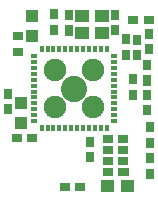
<source format=gtp>
G04 DipTrace 2.4.0.2*
%INSTM32small.gtp*%
%MOIN*%
%ADD21R,0.0394X0.0433*%
%ADD22R,0.0276X0.0354*%
%ADD23R,0.0354X0.0276*%
%ADD24R,0.0354X0.0295*%
%ADD26C,0.0875*%
%ADD27C,0.075*%
%ADD30R,0.0118X0.0217*%
%ADD31R,0.0217X0.0118*%
%ADD36R,0.0472X0.0433*%
%FSLAX44Y44*%
G04*
G70*
G90*
G75*
G01*
%LNTopPaste*%
%LPD*%
G36*
X9344Y7921D2*
X9068D1*
Y8275D1*
X9344D1*
Y7921D1*
G37*
G36*
Y8433D2*
X9068D1*
Y8787D1*
X9344D1*
Y8433D1*
G37*
D21*
X5360Y9587D3*
Y10256D3*
D22*
X6095Y9790D3*
Y10302D3*
D21*
X4998Y7327D3*
Y6657D3*
G36*
X5551Y6313D2*
Y6037D1*
X5196D1*
Y6313D1*
X5551D1*
G37*
G36*
X5039D2*
Y6037D1*
X4685D1*
Y6313D1*
X5039D1*
G37*
G36*
X8777Y4779D2*
Y4385D1*
X8344D1*
Y4779D1*
X8777D1*
G37*
G36*
X8108D2*
Y4385D1*
X7675D1*
Y4779D1*
X8108D1*
G37*
D23*
X8406Y6147D3*
X7894D3*
X8407Y5789D3*
X7895D3*
X8408Y5421D3*
X7896D3*
G36*
X8585Y5177D2*
Y4901D1*
X8231D1*
Y5177D1*
X8585D1*
G37*
G36*
X8073D2*
Y4901D1*
X7719D1*
Y5177D1*
X8073D1*
G37*
D22*
X8496Y9457D3*
Y8945D3*
X8856Y9455D3*
Y8943D3*
X8136Y10274D3*
Y9762D3*
G36*
X6457Y9940D2*
X6733D1*
Y9586D1*
X6457D1*
Y9940D1*
G37*
G36*
Y10452D2*
X6733D1*
Y10098D1*
X6457D1*
Y10452D1*
G37*
D24*
X4888Y9031D3*
Y9582D3*
D23*
X9258Y10108D3*
X8747D3*
D22*
X9263Y9140D3*
Y9652D3*
X9286Y6021D3*
Y6533D3*
X9289Y5495D3*
Y4984D3*
D23*
X6981Y4527D3*
X6469D3*
D22*
X7297Y6040D3*
Y5528D3*
X8740Y7623D3*
Y8135D3*
X4565Y7640D3*
Y7129D3*
X9212Y7091D3*
Y7603D3*
D26*
X6771Y7820D3*
D27*
X7395Y8445D3*
Y7195D3*
X6146Y8445D3*
Y7195D3*
D30*
X7853Y9149D3*
X7656D3*
X7460D3*
X7263D3*
X7066D3*
X6869D3*
X6672D3*
X6475D3*
X6278D3*
X6082D3*
X5885D3*
X5688D3*
D31*
X5442Y8903D3*
Y8706D3*
Y8509D3*
Y8313D3*
Y8116D3*
Y7919D3*
Y7722D3*
Y7525D3*
Y7328D3*
Y7131D3*
Y6935D3*
Y6738D3*
D30*
X5688Y6492D3*
X5885D3*
X6082D3*
X6278D3*
X6475D3*
X6672D3*
X6869D3*
X7066D3*
X7263D3*
X7460D3*
X7656D3*
X7853D3*
D31*
X8099Y6738D3*
Y6935D3*
Y7131D3*
Y7328D3*
Y7525D3*
Y7722D3*
Y7919D3*
Y8116D3*
Y8313D3*
Y8509D3*
Y8706D3*
Y8903D3*
D36*
X7703Y10239D3*
X7033D3*
Y9688D3*
X7703D3*
M02*

</source>
